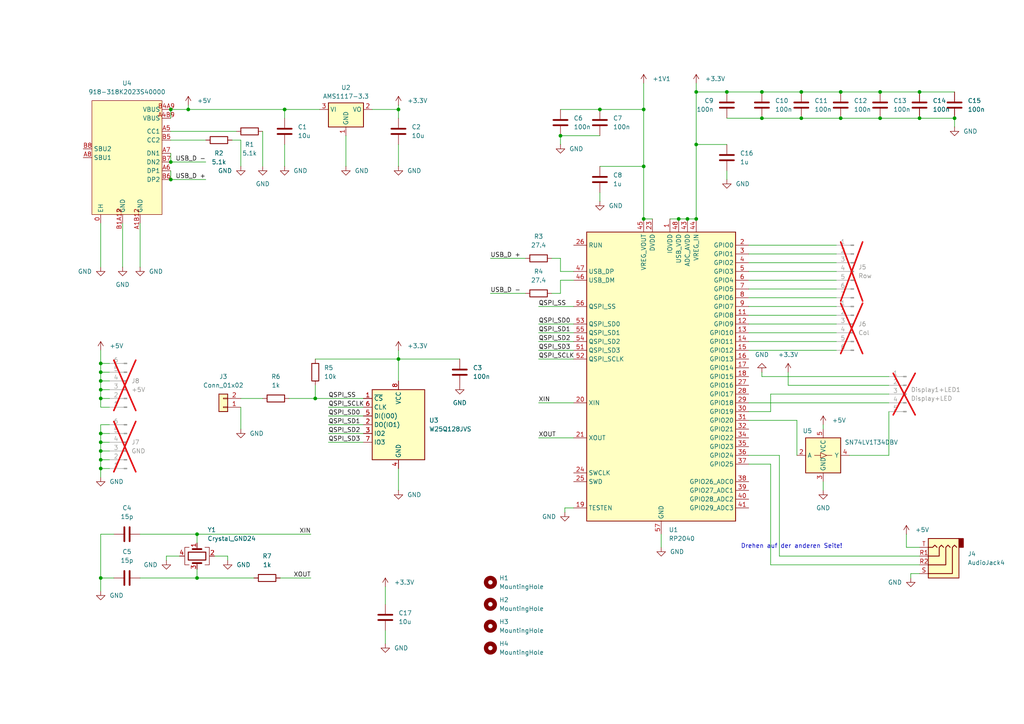
<source format=kicad_sch>
(kicad_sch (version 20250114) (generator "eeschema") (generator_version "9.0")
  (paper "A4")
  (lib_symbols
    (symbol "Connector:Conn_01x05_Pin" (pin_names (offset 1.016) (hide yes))
      (property "Reference" "J" (at 0 7.62 0))
      (property "Value" "Conn_01x05_Pin" (at 0 -7.62 0))
      (symbol "Conn_01x05_Pin_1_1"
        (rectangle (start 0.8636 5.207) (end 0 4.953) (stroke (width 0.1524)) (fill (type outline)))
        (rectangle (start 0.8636 2.667) (end 0 2.413) (stroke (width 0.1524)) (fill (type outline)))
        (rectangle (start 0.8636 0.127) (end 0 -0.127) (stroke (width 0.1524)) (fill (type outline)))
        (rectangle (start 0.8636 -2.413) (end 0 -2.667) (stroke (width 0.1524)) (fill (type outline)))
        (rectangle (start 0.8636 -4.953) (end 0 -5.207) (stroke (width 0.1524)) (fill (type outline)))
        (polyline (pts (xy 1.27 5.08) (xy 0.8636 5.08)) (stroke (width 0.1524)))
        (polyline (pts (xy 1.27 2.54) (xy 0.8636 2.54)) (stroke (width 0.1524)))
        (polyline (pts (xy 1.27 0) (xy 0.8636 0)) (stroke (width 0.1524)))
        (polyline (pts (xy 1.27 -2.54) (xy 0.8636 -2.54)) (stroke (width 0.1524)))
        (polyline (pts (xy 1.27 -5.08) (xy 0.8636 -5.08)) (stroke (width 0.1524)))
        (pin passive line (at 5.08 5.08 180) (length 3.81) (name "Pin_1") (number "1"))
        (pin passive line (at 5.08 2.54 180) (length 3.81) (name "Pin_2") (number "2"))
        (pin passive line (at 5.08 0 180) (length 3.81) (name "Pin_3") (number "3"))
        (pin passive line (at 5.08 -2.54 180) (length 3.81) (name "Pin_4") (number "4"))
        (pin passive line (at 5.08 -5.08 180) (length 3.81) (name "Pin_5") (number "5"))
      )
    )
    (symbol "Connector:Conn_01x06_Pin" (pin_names (offset 1.016) (hide yes))
      (property "Reference" "J" (at 0 7.62 0))
      (property "Value" "Conn_01x06_Pin" (at 0 -10.16 0))
      (symbol "Conn_01x06_Pin_1_1"
        (rectangle (start 0.8636 5.207) (end 0 4.953) (stroke (width 0.1524)) (fill (type outline)))
        (rectangle (start 0.8636 2.667) (end 0 2.413) (stroke (width 0.1524)) (fill (type outline)))
        (rectangle (start 0.8636 0.127) (end 0 -0.127) (stroke (width 0.1524)) (fill (type outline)))
        (rectangle (start 0.8636 -2.413) (end 0 -2.667) (stroke (width 0.1524)) (fill (type outline)))
        (rectangle (start 0.8636 -4.953) (end 0 -5.207) (stroke (width 0.1524)) (fill (type outline)))
        (rectangle (start 0.8636 -7.493) (end 0 -7.747) (stroke (width 0.1524)) (fill (type outline)))
        (polyline (pts (xy 1.27 5.08) (xy 0.8636 5.08)) (stroke (width 0.1524)))
        (polyline (pts (xy 1.27 2.54) (xy 0.8636 2.54)) (stroke (width 0.1524)))
        (polyline (pts (xy 1.27 0) (xy 0.8636 0)) (stroke (width 0.1524)))
        (polyline (pts (xy 1.27 -2.54) (xy 0.8636 -2.54)) (stroke (width 0.1524)))
        (polyline (pts (xy 1.27 -5.08) (xy 0.8636 -5.08)) (stroke (width 0.1524)))
        (polyline (pts (xy 1.27 -7.62) (xy 0.8636 -7.62)) (stroke (width 0.1524)))
        (pin passive line (at 5.08 5.08 180) (length 3.81) (name "Pin_1") (number "1"))
        (pin passive line (at 5.08 2.54 180) (length 3.81) (name "Pin_2") (number "2"))
        (pin passive line (at 5.08 0 180) (length 3.81) (name "Pin_3") (number "3"))
        (pin passive line (at 5.08 -2.54 180) (length 3.81) (name "Pin_4") (number "4"))
        (pin passive line (at 5.08 -5.08 180) (length 3.81) (name "Pin_5") (number "5"))
        (pin passive line (at 5.08 -7.62 180) (length 3.81) (name "Pin_6") (number "6"))
      )
    )
    (symbol "Connector:Conn_01x07_Pin" (pin_names (offset 1.016) (hide yes))
      (property "Reference" "J" (at 0 10.16 0))
      (property "Value" "Conn_01x07_Pin" (at 0 -10.16 0))
      (symbol "Conn_01x07_Pin_1_1"
        (rectangle (start 0.8636 7.747) (end 0 7.493) (stroke (width 0.1524)) (fill (type outline)))
        (rectangle (start 0.8636 5.207) (end 0 4.953) (stroke (width 0.1524)) (fill (type outline)))
        (rectangle (start 0.8636 2.667) (end 0 2.413) (stroke (width 0.1524)) (fill (type outline)))
        (rectangle (start 0.8636 0.127) (end 0 -0.127) (stroke (width 0.1524)) (fill (type outline)))
        (rectangle (start 0.8636 -2.413) (end 0 -2.667) (stroke (width 0.1524)) (fill (type outline)))
        (rectangle (start 0.8636 -4.953) (end 0 -5.207) (stroke (width 0.1524)) (fill (type outline)))
        (rectangle (start 0.8636 -7.493) (end 0 -7.747) (stroke (width 0.1524)) (fill (type outline)))
        (polyline (pts (xy 1.27 7.62) (xy 0.8636 7.62)) (stroke (width 0.1524)))
        (polyline (pts (xy 1.27 5.08) (xy 0.8636 5.08)) (stroke (width 0.1524)))
        (polyline (pts (xy 1.27 2.54) (xy 0.8636 2.54)) (stroke (width 0.1524)))
        (polyline (pts (xy 1.27 0) (xy 0.8636 0)) (stroke (width 0.1524)))
        (polyline (pts (xy 1.27 -2.54) (xy 0.8636 -2.54)) (stroke (width 0.1524)))
        (polyline (pts (xy 1.27 -5.08) (xy 0.8636 -5.08)) (stroke (width 0.1524)))
        (polyline (pts (xy 1.27 -7.62) (xy 0.8636 -7.62)) (stroke (width 0.1524)))
        (pin passive line (at 5.08 7.62 180) (length 3.81) (name "Pin_1") (number "1"))
        (pin passive line (at 5.08 5.08 180) (length 3.81) (name "Pin_2") (number "2"))
        (pin passive line (at 5.08 2.54 180) (length 3.81) (name "Pin_3") (number "3"))
        (pin passive line (at 5.08 0 180) (length 3.81) (name "Pin_4") (number "4"))
        (pin passive line (at 5.08 -2.54 180) (length 3.81) (name "Pin_5") (number "5"))
        (pin passive line (at 5.08 -5.08 180) (length 3.81) (name "Pin_6") (number "6"))
        (pin passive line (at 5.08 -7.62 180) (length 3.81) (name "Pin_7") (number "7"))
      )
    )
    (symbol "Connector_Audio:AudioJack4"
      (property "Reference" "J" (at 0 8.89 0))
      (property "Value" "AudioJack4" (at 0 6.35 0))
      (symbol "AudioJack4_0_1"
        (rectangle (start -6.35 -5.08) (end -7.62 -7.62) (stroke (width 0.254)) (fill (type outline)))
        (polyline (pts (xy -5.715 -5.08) (xy -5.08 -5.715) (xy -4.445 -5.08) (xy -4.445 2.54) (xy 2.54 2.54)) (stroke (width 0.254)))
        (polyline (pts (xy -1.905 -5.08) (xy -1.27 -5.715) (xy -0.635 -5.08) (xy -0.635 -2.54) (xy 2.54 -2.54)) (stroke (width 0.254)))
        (polyline (pts (xy 0 -5.08) (xy 0.635 -5.715) (xy 1.27 -5.08) (xy 2.54 -5.08)) (stroke (width 0.254)))
        (rectangle (start 2.54 3.81) (end -6.35 -7.62) (stroke (width 0.254)) (fill (type background)))
        (polyline (pts (xy 2.54 0) (xy -2.54 0) (xy -2.54 -5.08) (xy -3.175 -5.715) (xy -3.81 -5.08)) (stroke (width 0.254)))
      )
      (symbol "AudioJack4_1_1"
        (pin passive line (at 5.08 2.54 180) (length 2.54) (name "~") (number "S"))
        (pin passive line (at 5.08 0 180) (length 2.54) (name "~") (number "R2"))
        (pin passive line (at 5.08 -2.54 180) (length 2.54) (name "~") (number "R1"))
        (pin passive line (at 5.08 -5.08 180) (length 2.54) (name "~") (number "T"))
      )
    )
    (symbol "Connector_Generic:Conn_01x02" (pin_names (offset 1.016) (hide yes))
      (property "Reference" "J" (at 0 2.54 0))
      (property "Value" "Conn_01x02" (at 0 -5.08 0))
      (symbol "Conn_01x02_1_1"
        (rectangle (start -1.27 1.27) (end 1.27 -3.81) (stroke (width 0.254)) (fill (type background)))
        (rectangle (start -1.27 0.127) (end 0 -0.127) (stroke (width 0.1524)))
        (rectangle (start -1.27 -2.413) (end 0 -2.667) (stroke (width 0.1524)))
        (pin passive line (at -5.08 0 0) (length 3.81) (name "Pin_1") (number "1"))
        (pin passive line (at -5.08 -2.54 0) (length 3.81) (name "Pin_2") (number "2"))
      )
    )
    (symbol "Device:C" (pin_numbers (hide yes)) (pin_names (offset 0.254))
      (property "Reference" "C" (at 0.635 2.54 0))
      (property "Value" "C" (at 0.635 -2.54 0))
      (symbol "C_0_1"
        (polyline (pts (xy -2.032 0.762) (xy 2.032 0.762)) (stroke (width 0.508)))
        (polyline (pts (xy -2.032 -0.762) (xy 2.032 -0.762)) (stroke (width 0.508)))
      )
      (symbol "C_1_1"
        (pin passive line (at 0 3.81 270) (length 2.794) (name "~") (number "1"))
        (pin passive line (at 0 -3.81 90) (length 2.794) (name "~") (number "2"))
      )
    )
    (symbol "Device:Crystal_GND24" (pin_names (offset 1.016) (hide yes))
      (property "Reference" "Y" (at 3.175 5.08 0))
      (property "Value" "Crystal_GND24" (at 3.175 3.175 0))
      (symbol "Crystal_GND24_0_1"
        (polyline (pts (xy -2.54 2.286) (xy -2.54 3.556) (xy 2.54 3.556) (xy 2.54 2.286)))
        (polyline (pts (xy -2.54 0) (xy -2.032 0)))
        (polyline (pts (xy -2.54 -2.286) (xy -2.54 -3.556) (xy 2.54 -3.556) (xy 2.54 -2.286)))
        (polyline (pts (xy -2.032 -1.27) (xy -2.032 1.27)) (stroke (width 0.508)))
        (rectangle (start -1.143 2.54) (end 1.143 -2.54) (stroke (width 0.3048)))
        (polyline (pts (xy 0 3.556) (xy 0 3.81)))
        (polyline (pts (xy 0 -3.81) (xy 0 -3.556)))
        (polyline (pts (xy 2.032 0) (xy 2.54 0)))
        (polyline (pts (xy 2.032 -1.27) (xy 2.032 1.27)) (stroke (width 0.508)))
      )
      (symbol "Crystal_GND24_1_1"
        (pin passive line (at -3.81 0 0) (length 1.27) (name "1") (number "1"))
        (pin passive line (at 0 5.08 270) (length 1.27) (name "2") (number "2"))
        (pin passive line (at 0 -5.08 90) (length 1.27) (name "4") (number "4"))
        (pin passive line (at 3.81 0 180) (length 1.27) (name "3") (number "3"))
      )
    )
    (symbol "Device:R" (pin_numbers (hide yes)) (pin_names (offset 0))
      (property "Reference" "R" (at 2.032 0 90))
      (property "Value" "R" (at 0 0 90))
      (symbol "R_0_1"
        (rectangle (start -1.016 -2.54) (end 1.016 2.54) (stroke (width 0.254)))
      )
      (symbol "R_1_1"
        (pin passive line (at 0 3.81 270) (length 1.27) (name "~") (number "1"))
        (pin passive line (at 0 -3.81 90) (length 1.27) (name "~") (number "2"))
      )
    )
    (symbol "Logic_LevelTranslator:SN74LV1T34DBV"
      (property "Reference" "U" (at 5.08 6.35 0))
      (property "Value" "SN74LV1T34DBV" (at 5.08 3.81 0))
      (symbol "SN74LV1T34DBV_0_1"
        (rectangle (start -5.08 5.08) (end 5.08 -5.08) (stroke (width 0.254)) (fill (type background)))
        (polyline (pts (xy -0.762 0) (xy -2.54 0)))
        (polyline (pts (xy 1.016 0) (xy 2.54 0)))
      )
      (symbol "SN74LV1T34DBV_1_1"
        (polyline (pts (xy -0.762 -0.762) (xy -0.762 0.762) (xy 1.016 0) (xy -0.762 -0.762)))
        (pin input line (at -7.62 0 0) (length 2.54) (name "A") (number "2"))
        (pin no_connect line (at -5.08 2.54 0) (length 2.54) (hide yes) (name "NC") (number "1"))
        (pin power_in line (at 0 7.62 270) (length 2.54) (name "VCC") (number "5"))
        (pin power_in line (at 0 -7.62 90) (length 2.54) (name "GND") (number "3"))
        (pin output line (at 7.62 0 180) (length 2.54) (name "Y") (number "4"))
      )
    )
    (symbol "MCU_RaspberryPi:RP2040"
      (property "Reference" "U" (at 17.78 45.72 0))
      (property "Value" "RP2040" (at 17.78 43.18 0))
      (symbol "RP2040_0_1"
        (rectangle (start -21.59 41.91) (end 21.59 -41.91) (stroke (width 0.254)) (fill (type background)))
      )
      (symbol "RP2040_1_1"
        (pin input line (at -25.4 38.1 0) (length 3.81) (name "RUN") (number "26"))
        (pin bidirectional line (at -25.4 30.48 0) (length 3.81) (name "USB_DP") (number "47"))
        (pin bidirectional line (at -25.4 27.94 0) (length 3.81) (name "USB_DM") (number "46"))
        (pin bidirectional line (at -25.4 20.32 0) (length 3.81) (name "QSPI_SS") (number "56"))
        (pin bidirectional line (at -25.4 15.24 0) (length 3.81) (name "QSPI_SD0") (number "53"))
        (pin bidirectional line (at -25.4 12.7 0) (length 3.81) (name "QSPI_SD1") (number "55"))
        (pin bidirectional line (at -25.4 10.16 0) (length 3.81) (name "QSPI_SD2") (number "54"))
        (pin bidirectional line (at -25.4 7.62 0) (length 3.81) (name "QSPI_SD3") (number "51"))
        (pin output line (at -25.4 5.08 0) (length 3.81) (name "QSPI_SCLK") (number "52"))
        (pin input line (at -25.4 -7.62 0) (length 3.81) (name "XIN") (number "20"))
        (pin passive line (at -25.4 -17.78 0) (length 3.81) (name "XOUT") (number "21"))
        (pin input line (at -25.4 -27.94 0) (length 3.81) (name "SWCLK") (number "24"))
        (pin bidirectional line (at -25.4 -30.48 0) (length 3.81) (name "SWD") (number "25"))
        (pin input line (at -25.4 -38.1 0) (length 3.81) (name "TESTEN") (number "19"))
        (pin power_out line (at -5.08 45.72 270) (length 3.81) (name "VREG_VOUT") (number "45"))
        (pin power_in line (at -2.54 45.72 270) (length 3.81) (name "DVDD") (number "23"))
        (pin passive line (at -2.54 45.72 270) (length 3.81) (hide yes) (name "DVDD") (number "50"))
        (pin power_in line (at 0 -45.72 90) (length 3.81) (name "GND") (number "57"))
        (pin power_in line (at 2.54 45.72 270) (length 3.81) (name "IOVDD") (number "1"))
        (pin passive line (at 2.54 45.72 270) (length 3.81) (hide yes) (name "IOVDD") (number "10"))
        (pin passive line (at 2.54 45.72 270) (length 3.81) (hide yes) (name "IOVDD") (number "22"))
        (pin passive line (at 2.54 45.72 270) (length 3.81) (hide yes) (name "IOVDD") (number "33"))
        (pin passive line (at 2.54 45.72 270) (length 3.81) (hide yes) (name "IOVDD") (number "42"))
        (pin passive line (at 2.54 45.72 270) (length 3.81) (hide yes) (name "IOVDD") (number "49"))
        (pin power_in line (at 5.08 45.72 270) (length 3.81) (name "USB_VDD") (number "48"))
        (pin power_in line (at 7.62 45.72 270) (length 3.81) (name "ADC_AVDD") (number "43"))
        (pin power_in line (at 10.16 45.72 270) (length 3.81) (name "VREG_IN") (number "44"))
        (pin bidirectional line (at 25.4 38.1 180) (length 3.81) (name "GPIO0") (number "2"))
        (pin bidirectional line (at 25.4 35.56 180) (length 3.81) (name "GPIO1") (number "3"))
        (pin bidirectional line (at 25.4 33.02 180) (length 3.81) (name "GPIO2") (number "4"))
        (pin bidirectional line (at 25.4 30.48 180) (length 3.81) (name "GPIO3") (number "5"))
        (pin bidirectional line (at 25.4 27.94 180) (length 3.81) (name "GPIO4") (number "6"))
        (pin bidirectional line (at 25.4 25.4 180) (length 3.81) (name "GPIO5") (number "7"))
        (pin bidirectional line (at 25.4 22.86 180) (length 3.81) (name "GPIO6") (number "8"))
        (pin bidirectional line (at 25.4 20.32 180) (length 3.81) (name "GPIO7") (number "9"))
        (pin bidirectional line (at 25.4 17.78 180) (length 3.81) (name "GPIO8") (number "11"))
        (pin bidirectional line (at 25.4 15.24 180) (length 3.81) (name "GPIO9") (number "12"))
        (pin bidirectional line (at 25.4 12.7 180) (length 3.81) (name "GPIO10") (number "13"))
        (pin bidirectional line (at 25.4 10.16 180) (length 3.81) (name "GPIO11") (number "14"))
        (pin bidirectional line (at 25.4 7.62 180) (length 3.81) (name "GPIO12") (number "15"))
        (pin bidirectional line (at 25.4 5.08 180) (length 3.81) (name "GPIO13") (number "16"))
        (pin bidirectional line (at 25.4 2.54 180) (length 3.81) (name "GPIO14") (number "17"))
        (pin bidirectional line (at 25.4 0 180) (length 3.81) (name "GPIO15") (number "18"))
        (pin bidirectional line (at 25.4 -2.54 180) (length 3.81) (name "GPIO16") (number "27"))
        (pin bidirectional line (at 25.4 -5.08 180) (length 3.81) (name "GPIO17") (number "28"))
        (pin bidirectional line (at 25.4 -7.62 180) (length 3.81) (name "GPIO18") (number "29"))
        (pin bidirectional line (at 25.4 -10.16 180) (length 3.81) (name "GPIO19") (number "30"))
        (pin bidirectional line (at 25.4 -12.7 180) (length 3.81) (name "GPIO20") (number "31"))
        (pin bidirectional line (at 25.4 -15.24 180) (length 3.81) (name "GPIO21") (number "32"))
        (pin bidirectional line (at 25.4 -17.78 180) (length 3.81) (name "GPIO22") (number "34"))
        (pin bidirectional line (at 25.4 -20.32 180) (length 3.81) (name "GPIO23") (number "35"))
        (pin bidirectional line (at 25.4 -22.86 180) (length 3.81) (name "GPIO24") (number "36"))
        (pin bidirectional line (at 25.4 -25.4 180) (length 3.81) (name "GPIO25") (number "37"))
        (pin bidirectional line (at 25.4 -30.48 180) (length 3.81) (name "GPIO26_ADC0") (number "38"))
        (pin bidirectional line (at 25.4 -33.02 180) (length 3.81) (name "GPIO27_ADC1") (number "39"))
        (pin bidirectional line (at 25.4 -35.56 180) (length 3.81) (name "GPIO28_ADC2") (number "40"))
        (pin bidirectional line (at 25.4 -38.1 180) (length 3.81) (name "GPIO29_ADC3") (number "41"))
      )
    )
    (symbol "Mechanical:MountingHole" (pin_names (offset 1.016)) (exclude_from_sim yes) (in_bom no)
      (property "Reference" "H" (at 0 5.08 0))
      (property "Value" "MountingHole" (at 0 3.175 0))
      (symbol "MountingHole_0_1"
        (circle (center 0 0) (radius 1.27) (stroke (width 1.27)))
      )
    )
    (symbol "Memory_Flash:W25Q128JVS"
      (property "Reference" "U" (at -8.89 8.89 0))
      (property "Value" "W25Q128JVS" (at 7.62 8.89 0))
      (symbol "W25Q128JVS_0_1"
        (rectangle (start -7.62 10.16) (end 7.62 -10.16) (stroke (width 0.254)) (fill (type background)))
      )
      (symbol "W25Q128JVS_1_1"
        (pin input line (at -10.16 7.62 0) (length 2.54) (name "~{CS}") (number "1"))
        (pin input line (at -10.16 5.08 0) (length 2.54) (name "CLK") (number "6"))
        (pin bidirectional line (at -10.16 2.54 0) (length 2.54) (name "DI(IO0)") (number "5"))
        (pin bidirectional line (at -10.16 0 0) (length 2.54) (name "DO(IO1)") (number "2"))
        (pin bidirectional line (at -10.16 -2.54 0) (length 2.54) (name "IO2") (number "3"))
        (pin bidirectional line (at -10.16 -5.08 0) (length 2.54) (name "IO3") (number "7"))
        (pin power_in line (at 0 12.7 270) (length 2.54) (name "VCC") (number "8"))
        (pin power_in line (at 0 -12.7 90) (length 2.54) (name "GND") (number "4"))
      )
    )
    (symbol "Regulator_Linear:AMS1117-3.3"
      (property "Reference" "U" (at -3.81 3.175 0))
      (property "Value" "AMS1117-3.3" (at 0 3.175 0))
      (symbol "AMS1117-3.3_0_1"
        (rectangle (start -5.08 -5.08) (end 5.08 1.905) (stroke (width 0.254)) (fill (type background)))
      )
      (symbol "AMS1117-3.3_1_1"
        (pin power_in line (at -7.62 0 0) (length 2.54) (name "VI") (number "3"))
        (pin power_in line (at 0 -7.62 90) (length 2.54) (name "GND") (number "1"))
        (pin power_out line (at 7.62 0 180) (length 2.54) (name "VO") (number "2"))
      )
    )
    (symbol "global-test:918-318K2023S40000"
      (property "Reference" "U4" (at 0 22.86 0))
      (property "Value" "918-318K2023S40000" (at 0 20.32 0))
      (symbol "918-318K2023S40000_0_1"
        (rectangle (start -10.16 17.78) (end 10.16 -15.24) (fill (type background)))
        (circle (center -2.54 -13.97) (radius 0.38))
        (pin unspecified line (at -12.7 3.81 0) (length 2.54) (name "SBU2") (number "B8"))
        (pin unspecified line (at -12.7 1.27 0) (length 2.54) (name "SBU1") (number "A8"))
        (pin unspecified line (at -7.62 -17.78 90) (length 2.54) (name "EH") (number "0"))
        (pin unspecified line (at -1.27 -17.78 90) (length 2.54) (name "GND") (number "B1A12"))
        (pin unspecified line (at 3.81 -17.78 90) (length 2.54) (name "GND") (number "A1B12"))
        (pin unspecified line (at 12.7 15.24 180) (length 2.54) (name "VBUS") (number "B4A9"))
        (pin unspecified line (at 12.7 12.7 180) (length 2.54) (name "VBUS") (number "A4B9"))
        (pin unspecified line (at 12.7 8.89 180) (length 2.54) (name "CC1") (number "A5"))
        (pin unspecified line (at 12.7 6.35 180) (length 2.54) (name "CC2") (number "B5"))
        (pin unspecified line (at 12.7 2.54 180) (length 2.54) (name "DN1") (number "A7"))
        (pin unspecified line (at 12.7 0 180) (length 2.54) (name "DN2") (number "B7"))
        (pin unspecified line (at 12.7 -2.54 180) (length 2.54) (name "DP1") (number "A6"))
        (pin unspecified line (at 12.7 -5.08 180) (length 2.54) (name "DP2") (number "B6"))
      )
    )
    (symbol "power:+1V1" (power) (pin_numbers (hide yes)) (pin_names (offset 0) (hide yes))
      (property "Value" "+1V1" (at 0 3.556 0))
      (symbol "+1V1_0_1"
        (polyline (pts (xy -0.762 1.27) (xy 0 2.54)))
        (polyline (pts (xy 0 2.54) (xy 0.762 1.27)))
        (polyline (pts (xy 0 0) (xy 0 2.54)))
      )
      (symbol "+1V1_1_1"
        (pin power_in line (at 0 0 90) (length 0) (name "~") (number "1"))
      )
    )
    (symbol "power:+3.3V" (power) (pin_numbers (hide yes)) (pin_names (offset 0) (hide yes))
      (property "Value" "+3.3V" (at 0 3.556 0))
      (symbol "+3.3V_0_1"
        (polyline (pts (xy -0.762 1.27) (xy 0 2.54)))
        (polyline (pts (xy 0 2.54) (xy 0.762 1.27)))
        (polyline (pts (xy 0 0) (xy 0 2.54)))
      )
      (symbol "+3.3V_1_1"
        (pin power_in line (at 0 0 90) (length 0) (name "~") (number "1"))
      )
    )
    (symbol "power:+5V" (power) (pin_numbers (hide yes)) (pin_names (offset 0) (hide yes))
      (property "Value" "+5V" (at 0 3.556 0))
      (symbol "+5V_0_1"
        (polyline (pts (xy -0.762 1.27) (xy 0 2.54)))
        (polyline (pts (xy 0 2.54) (xy 0.762 1.27)))
        (polyline (pts (xy 0 0) (xy 0 2.54)))
      )
      (symbol "+5V_1_1"
        (pin power_in line (at 0 0 90) (length 0) (name "~") (number "1"))
      )
    )
    (symbol "power:GND" (power) (pin_numbers (hide yes)) (pin_names (offset 0) (hide yes))
      (property "Value" "GND" (at 0 -3.81 0))
      (symbol "GND_0_1"
        (polyline (pts (xy 0 0) (xy 0 -1.27) (xy 1.27 -1.27) (xy 0 -2.54) (xy -1.27 -1.27) (xy 0 -1.27)))
      )
      (symbol "GND_1_1"
        (pin power_in line (at 0 0 270) (length 0) (name "~") (number "1"))
      )
    )
  )
  (text "Drehen auf der anderen Seite!" (at 229.616 158.496 0) (effects (font (size 1.27 1.27))))
  (junction (at 186.69 63.5))
  (junction (at 29.21 167.64))
  (junction (at 29.21 110.49))
  (junction (at 276.86 34.29))
  (junction (at 255.27 26.67))
  (junction (at 220.98 26.67))
  (junction (at 91.44 115.57))
  (junction (at 173.99 31.75))
  (junction (at 49.53 31.75))
  (junction (at 255.27 34.29))
  (junction (at 201.93 26.67))
  (junction (at 57.15 154.94))
  (junction (at 57.15 167.64))
  (junction (at 186.69 31.75))
  (junction (at 210.82 26.67))
  (junction (at 186.69 48.26))
  (junction (at 49.53 52.07))
  (junction (at 82.55 31.75))
  (junction (at 201.93 41.91))
  (junction (at 243.84 34.29))
  (junction (at 199.39 63.5))
  (junction (at 232.41 34.29))
  (junction (at 29.21 125.73))
  (junction (at 29.21 113.03))
  (junction (at 232.41 26.67))
  (junction (at 196.85 63.5))
  (junction (at 29.21 105.41))
  (junction (at 54.61 31.75))
  (junction (at 243.84 26.67))
  (junction (at 201.93 63.5))
  (junction (at 266.7 26.67))
  (junction (at 162.56 39.37))
  (junction (at 115.57 31.75))
  (junction (at 115.57 104.14))
  (junction (at 29.21 130.81))
  (junction (at 49.53 46.99))
  (junction (at 29.21 128.27))
  (junction (at 29.21 135.89))
  (junction (at 29.21 115.57))
  (junction (at 29.21 133.35))
  (junction (at 220.98 34.29))
  (junction (at 266.7 34.29))
  (junction (at 29.21 107.95))
  (wire (pts (xy 220.98 34.29) (xy 232.41 34.29)))
  (wire (pts (xy 186.69 63.5) (xy 189.23 63.5)))
  (wire (pts (xy 49.53 31.75) (xy 54.61 31.75)))
  (wire (pts (xy 255.27 26.67) (xy 266.7 26.67)))
  (wire (pts (xy 228.6 111.76) (xy 257.81 111.76)))
  (wire (pts (xy 111.76 182.88) (xy 111.76 186.69)))
  (wire (pts (xy 54.61 31.75) (xy 82.55 31.75)))
  (wire (pts (xy 100.33 39.37) (xy 100.33 48.26)))
  (wire (pts (xy 91.44 104.14) (xy 115.57 104.14)))
  (wire (pts (xy 29.21 118.11) (xy 31.75 118.11)))
  (wire (pts (xy 276.86 34.29) (xy 276.86 36.83)))
  (wire (pts (xy 210.82 49.53) (xy 210.82 52.07)))
  (wire (pts (xy 162.56 39.37) (xy 173.99 39.37)))
  (wire (pts (xy 67.31 40.64) (xy 69.85 40.64)))
  (wire (pts (xy 29.21 123.19) (xy 31.75 123.19)))
  (wire (pts (xy 217.17 134.62) (xy 223.52 134.62)))
  (wire (pts (xy 160.02 74.93) (xy 162.56 74.93)))
  (wire (pts (xy 217.17 96.52) (xy 242.57 96.52)))
  (wire (pts (xy 266.7 26.67) (xy 276.86 26.67)))
  (wire (pts (xy 49.53 38.1) (xy 68.58 38.1)))
  (wire (pts (xy 95.25 128.27) (xy 105.41 128.27)))
  (wire (pts (xy 223.52 163.83) (xy 223.52 134.62)))
  (wire (pts (xy 35.56 64.77) (xy 35.56 77.47)))
  (wire (pts (xy 238.76 123.19) (xy 238.76 124.46)))
  (wire (pts (xy 82.55 41.91) (xy 82.55 48.26)))
  (wire (pts (xy 217.17 88.9) (xy 242.57 88.9)))
  (wire (pts (xy 29.21 135.89) (xy 31.75 135.89)))
  (wire (pts (xy 246.38 132.08) (xy 257.81 132.08)))
  (wire (pts (xy 57.15 167.64) (xy 73.66 167.64)))
  (wire (pts (xy 29.21 113.03) (xy 29.21 115.57)))
  (wire (pts (xy 232.41 26.67) (xy 243.84 26.67)))
  (wire (pts (xy 266.7 34.29) (xy 276.86 34.29)))
  (wire (pts (xy 29.21 107.95) (xy 29.21 110.49)))
  (wire (pts (xy 33.02 154.94) (xy 29.21 154.94)))
  (wire (pts (xy 217.17 78.74) (xy 242.57 78.74)))
  (wire (pts (xy 29.21 64.77) (xy 29.21 77.47)))
  (wire (pts (xy 220.98 26.67) (xy 232.41 26.67)))
  (wire (pts (xy 115.57 31.75) (xy 115.57 34.29)))
  (wire (pts (xy 201.93 41.91) (xy 201.93 63.5)))
  (wire (pts (xy 223.52 119.38) (xy 217.17 119.38)))
  (wire (pts (xy 76.2 38.1) (xy 76.2 48.26)))
  (wire (pts (xy 49.53 52.07) (xy 59.69 52.07)))
  (wire (pts (xy 49.53 49.53) (xy 49.53 52.07)))
  (wire (pts (xy 29.21 110.49) (xy 31.75 110.49)))
  (wire (pts (xy 162.56 39.37) (xy 162.56 41.91)))
  (wire (pts (xy 40.64 64.77) (xy 40.64 77.47)))
  (wire (pts (xy 223.52 114.3) (xy 223.52 119.38)))
  (wire (pts (xy 257.81 114.3) (xy 223.52 114.3)))
  (wire (pts (xy 91.44 115.57) (xy 105.41 115.57)))
  (wire (pts (xy 226.06 161.29) (xy 266.7 161.29)))
  (wire (pts (xy 264.16 166.37) (xy 264.16 167.64)))
  (wire (pts (xy 115.57 135.89) (xy 115.57 142.24)))
  (wire (pts (xy 29.21 105.41) (xy 29.21 107.95)))
  (wire (pts (xy 242.57 71.12) (xy 217.17 71.12)))
  (wire (pts (xy 243.84 34.29) (xy 255.27 34.29)))
  (wire (pts (xy 115.57 30.48) (xy 115.57 31.75)))
  (wire (pts (xy 217.17 73.66) (xy 242.57 73.66)))
  (wire (pts (xy 210.82 26.67) (xy 220.98 26.67)))
  (wire (pts (xy 186.69 48.26) (xy 186.69 63.5)))
  (wire (pts (xy 29.21 105.41) (xy 31.75 105.41)))
  (wire (pts (xy 29.21 135.89) (xy 29.21 133.35)))
  (wire (pts (xy 83.82 115.57) (xy 91.44 115.57)))
  (wire (pts (xy 238.76 139.7) (xy 238.76 142.24)))
  (wire (pts (xy 257.81 132.08) (xy 257.81 119.38)))
  (wire (pts (xy 115.57 101.6) (xy 115.57 104.14)))
  (wire (pts (xy 217.17 81.28) (xy 242.57 81.28)))
  (wire (pts (xy 69.85 40.64) (xy 69.85 48.26)))
  (wire (pts (xy 232.41 34.29) (xy 243.84 34.29)))
  (wire (pts (xy 40.64 167.64) (xy 57.15 167.64)))
  (wire (pts (xy 156.21 96.52) (xy 166.37 96.52)))
  (wire (pts (xy 186.69 31.75) (xy 186.69 48.26)))
  (wire (pts (xy 217.17 76.2) (xy 242.57 76.2)))
  (wire (pts (xy 29.21 167.64) (xy 33.02 167.64)))
  (wire (pts (xy 29.21 110.49) (xy 29.21 113.03)))
  (wire (pts (xy 29.21 130.81) (xy 29.21 128.27)))
  (wire (pts (xy 217.17 101.6) (xy 242.57 101.6)))
  (wire (pts (xy 173.99 48.26) (xy 186.69 48.26)))
  (wire (pts (xy 54.61 30.48) (xy 54.61 31.75)))
  (wire (pts (xy 217.17 83.82) (xy 242.57 83.82)))
  (wire (pts (xy 156.21 99.06) (xy 166.37 99.06)))
  (wire (pts (xy 49.53 40.64) (xy 59.69 40.64)))
  (wire (pts (xy 95.25 123.19) (xy 105.41 123.19)))
  (wire (pts (xy 162.56 74.93) (xy 162.56 78.74)))
  (wire (pts (xy 264.16 166.37) (xy 266.7 166.37)))
  (wire (pts (xy 217.17 86.36) (xy 242.57 86.36)))
  (wire (pts (xy 217.17 132.08) (xy 226.06 132.08)))
  (wire (pts (xy 142.24 74.93) (xy 152.4 74.93)))
  (wire (pts (xy 223.52 163.83) (xy 266.7 163.83)))
  (wire (pts (xy 29.21 101.6) (xy 29.21 105.41)))
  (wire (pts (xy 48.26 161.29) (xy 52.07 161.29)))
  (wire (pts (xy 111.76 170.18) (xy 111.76 175.26)))
  (wire (pts (xy 162.56 85.09) (xy 162.56 81.28)))
  (wire (pts (xy 166.37 147.32) (xy 163.83 147.32)))
  (wire (pts (xy 82.55 31.75) (xy 92.71 31.75)))
  (wire (pts (xy 162.56 78.74) (xy 166.37 78.74)))
  (wire (pts (xy 29.21 128.27) (xy 29.21 125.73)))
  (wire (pts (xy 81.28 167.64) (xy 90.17 167.64)))
  (wire (pts (xy 57.15 165.1) (xy 57.15 167.64)))
  (wire (pts (xy 49.53 31.75) (xy 49.53 34.29)))
  (wire (pts (xy 29.21 125.73) (xy 29.21 123.19)))
  (wire (pts (xy 29.21 133.35) (xy 29.21 130.81)))
  (wire (pts (xy 217.17 93.98) (xy 242.57 93.98)))
  (wire (pts (xy 66.04 161.29) (xy 62.23 161.29)))
  (wire (pts (xy 262.89 154.94) (xy 262.89 158.75)))
  (wire (pts (xy 156.21 116.84) (xy 166.37 116.84)))
  (wire (pts (xy 231.14 121.92) (xy 231.14 132.08)))
  (wire (pts (xy 29.21 138.43) (xy 29.21 135.89)))
  (wire (pts (xy 243.84 26.67) (xy 255.27 26.67)))
  (wire (pts (xy 217.17 99.06) (xy 242.57 99.06)))
  (wire (pts (xy 217.17 91.44) (xy 242.57 91.44)))
  (wire (pts (xy 95.25 125.73) (xy 105.41 125.73)))
  (wire (pts (xy 95.25 120.65) (xy 105.41 120.65)))
  (wire (pts (xy 69.85 118.11) (xy 69.85 124.46)))
  (wire (pts (xy 226.06 161.29) (xy 226.06 132.08)))
  (wire (pts (xy 160.02 85.09) (xy 162.56 85.09)))
  (wire (pts (xy 210.82 34.29) (xy 220.98 34.29)))
  (wire (pts (xy 266.7 158.75) (xy 262.89 158.75)))
  (wire (pts (xy 255.27 34.29) (xy 266.7 34.29)))
  (wire (pts (xy 217.17 116.84) (xy 257.81 116.84)))
  (wire (pts (xy 82.55 31.75) (xy 82.55 34.29)))
  (wire (pts (xy 29.21 115.57) (xy 29.21 118.11)))
  (wire (pts (xy 199.39 63.5) (xy 201.93 63.5)))
  (wire (pts (xy 228.6 107.95) (xy 228.6 111.76)))
  (wire (pts (xy 29.21 125.73) (xy 31.75 125.73)))
  (wire (pts (xy 201.93 26.67) (xy 210.82 26.67)))
  (wire (pts (xy 48.26 162.56) (xy 48.26 161.29)))
  (wire (pts (xy 29.21 107.95) (xy 31.75 107.95)))
  (wire (pts (xy 40.64 154.94) (xy 57.15 154.94)))
  (wire (pts (xy 191.77 154.94) (xy 191.77 158.75)))
  (wire (pts (xy 173.99 31.75) (xy 186.69 31.75)))
  (wire (pts (xy 156.21 88.9) (xy 166.37 88.9)))
  (wire (pts (xy 57.15 154.94) (xy 57.15 157.48)))
  (wire (pts (xy 57.15 154.94) (xy 90.17 154.94)))
  (wire (pts (xy 156.21 104.14) (xy 166.37 104.14)))
  (wire (pts (xy 156.21 93.98) (xy 166.37 93.98)))
  (wire (pts (xy 142.24 85.09) (xy 152.4 85.09)))
  (wire (pts (xy 29.21 133.35) (xy 31.75 133.35)))
  (wire (pts (xy 115.57 104.14) (xy 133.35 104.14)))
  (wire (pts (xy 29.21 154.94) (xy 29.21 167.64)))
  (wire (pts (xy 156.21 127) (xy 166.37 127)))
  (wire (pts (xy 186.69 24.13) (xy 186.69 31.75)))
  (wire (pts (xy 173.99 55.88) (xy 173.99 58.42)))
  (wire (pts (xy 163.83 147.32) (xy 163.83 148.59)))
  (wire (pts (xy 162.56 81.28) (xy 166.37 81.28)))
  (wire (pts (xy 69.85 115.57) (xy 76.2 115.57)))
  (wire (pts (xy 29.21 167.64) (xy 29.21 171.45)))
  (wire (pts (xy 217.17 121.92) (xy 231.14 121.92)))
  (wire (pts (xy 29.21 115.57) (xy 31.75 115.57)))
  (wire (pts (xy 162.56 31.75) (xy 173.99 31.75)))
  (wire (pts (xy 29.21 113.03) (xy 31.75 113.03)))
  (wire (pts (xy 220.98 109.22) (xy 220.98 107.95)))
  (wire (pts (xy 49.53 44.45) (xy 49.53 46.99)))
  (wire (pts (xy 95.25 118.11) (xy 105.41 118.11)))
  (wire (pts (xy 66.04 162.56) (xy 66.04 161.29)))
  (wire (pts (xy 156.21 101.6) (xy 166.37 101.6)))
  (wire (pts (xy 91.44 111.76) (xy 91.44 115.57)))
  (wire (pts (xy 194.31 63.5) (xy 196.85 63.5)))
  (wire (pts (xy 220.98 109.22) (xy 257.81 109.22)))
  (wire (pts (xy 196.85 63.5) (xy 199.39 63.5)))
  (wire (pts (xy 29.21 130.81) (xy 31.75 130.81)))
  (wire (pts (xy 49.53 46.99) (xy 59.69 46.99)))
  (wire (pts (xy 201.93 41.91) (xy 210.82 41.91)))
  (wire (pts (xy 115.57 41.91) (xy 115.57 48.26)))
  (wire (pts (xy 107.95 31.75) (xy 115.57 31.75)))
  (wire (pts (xy 201.93 24.13) (xy 201.93 26.67)))
  (wire (pts (xy 115.57 104.14) (xy 115.57 110.49)))
  (wire (pts (xy 29.21 128.27) (xy 31.75 128.27)))
  (wire (pts (xy 201.93 26.67) (xy 201.93 41.91)))
  (label "XOUT" (at 156.21 127 0))
  (label "QSPI_SD2" (at 156.21 99.06 0))
  (label "QSPI_SCLK" (at 156.21 104.14 0))
  (label "XIN" (at 90.17 154.94 180))
  (label "QSPI_SS" (at 95.25 115.57 0))
  (label "QSPI_SD1" (at 156.21 96.52 0))
  (label "QSPI_SD2" (at 95.25 125.73 0))
  (label "QSPI_SD3" (at 156.21 101.6 0))
  (label "USB_D +" (at 59.69 52.07 180))
  (label "QSPI_SD3" (at 95.25 128.27 0))
  (label "QSPI_SCLK" (at 95.25 118.11 0))
  (label "USB_D -" (at 59.69 46.99 180))
  (label "USB_D +" (at 142.24 74.93 0))
  (label "QSPI_SD0" (at 156.21 93.98 0))
  (label "QSPI_SS" (at 156.21 88.9 0))
  (label "QSPI_SD0" (at 95.25 120.65 0))
  (label "XIN" (at 156.21 116.84 0))
  (label "XOUT" (at 90.17 167.64 180))
  (label "USB_D -" (at 142.24 85.09 0))
  (label "QSPI_SD1" (at 95.25 123.19 0))
  (symbol (lib_id "power:+3.3V") (at 201.93 24.13 0) (unit 1)
    (property "Reference" "#PWR021" (effects (hide yes)))
    (property "Value" "+3.3V" (at 204.47 22.8599 0) (effects (justify left)))
    (property "Description" "Power symbol creates a global label with name \"+3.3V\"" (effects (hide yes)))
  )
  (symbol (lib_id "power:GND") (at 29.21 77.47 0) (unit 1)
    (property "Reference" "#PWR01" (effects (hide yes)))
    (property "Value" "GND" (at 26.67 78.7399 0) (effects (justify right)))
    (property "Description" "Power symbol creates a global label with name \"GND\" , ground" (effects (hide yes)))
  )
  (symbol (lib_id "power:GND") (at 210.82 52.07 0) (unit 1)
    (property "Reference" "#PWR023" (effects (hide yes)))
    (property "Value" "GND" (at 213.36 53.3399 0) (effects (justify left)))
    (property "Description" "Power symbol creates a global label with name \"GND\" , ground" (effects (hide yes)))
  )
  (symbol (lib_id "power:GND") (at 100.33 48.26 0) (unit 1)
    (property "Reference" "#PWR03" (effects (hide yes)))
    (property "Value" "GND" (at 102.87 49.5299 0) (effects (justify left)))
    (property "Description" "Power symbol creates a global label with name \"GND\" , ground" (effects (hide yes)))
  )
  (symbol (lib_id "power:GND") (at 40.64 77.47 0) (unit 1)
    (property "Reference" "#PWR032" (effects (hide yes)))
    (property "Value" "GND" (at 43.18 78.7399 0) (effects (justify left)))
    (property "Description" "Power symbol creates a global label with name \"GND\" , ground" (effects (hide yes)))
  )
  (symbol (lib_id "Connector:Conn_01x06_Pin") (at 247.65 93.98 0) (mirror y) (unit 1) (dnp yes)
    (property "Reference" "J6" (at 248.92 93.9799 0) (effects (justify right)))
    (property "Value" "Col" (at 248.92 96.5199 0) (effects (justify right)))
    (property "Footprint" "Connector_JST:JST_ZH_B6B-ZR_1x06_P1.50mm_Vertical" (effects (hide yes)))
    (property "Description" "Generic connector, single row, 01x06, script generated" (effects (hide yes)))
  )
  (symbol (lib_id "Device:C") (at 133.35 107.95 0) (unit 1)
    (property "Reference" "C3" (at 137.16 106.6799 0) (effects (justify left)))
    (property "Value" "100n" (at 137.16 109.2199 0) (effects (justify left)))
    (property "Footprint" "Capacitor_SMD:C_0603_1608Metric_Pad1.08x0.95mm_HandSolder" (effects (hide yes)))
    (property "Description" "Unpolarized capacitor" (effects (hide yes)))
  )
  (symbol (lib_id "power:GND") (at 69.85 124.46 0) (unit 1)
    (property "Reference" "#PWR014" (effects (hide yes)))
    (property "Value" "GND" (at 72.39 125.7299 0) (effects (justify left)))
    (property "Description" "Power symbol creates a global label with name \"GND\" , ground" (effects (hide yes)))
  )
  (symbol (lib_id "power:GND") (at 220.98 107.95 180) (unit 1)
    (property "Reference" "#PWR033" (effects (hide yes)))
    (property "Value" "GND" (at 220.98 102.87 0))
    (property "Description" "Power symbol creates a global label with name \"GND\" , ground" (effects (hide yes)))
  )
  (symbol (lib_id "Mechanical:MountingHole") (at 142.24 187.96 0) (unit 1) (exclude_from_sim yes) (in_bom no)
    (property "Reference" "H4" (at 144.78 186.6899 0) (effects (justify left)))
    (property "Value" "MountingHole" (at 144.78 189.2299 0) (effects (justify left)))
    (property "Footprint" "MountingHole:MountingHole_2.7mm_M2.5" (effects (hide yes)))
    (property "Description" "Mounting Hole without connection" (effects (hide yes)))
  )
  (symbol (lib_id "power:GND") (at 163.83 148.59 0) (unit 1)
    (property "Reference" "#PWR027" (effects (hide yes)))
    (property "Value" "GND" (at 161.29 149.8599 0) (effects (justify right)))
    (property "Description" "Power symbol creates a global label with name \"GND\" , ground" (effects (hide yes)))
  )
  (symbol (lib_id "Device:C") (at 115.57 38.1 0) (unit 1)
    (property "Reference" "C2" (at 119.38 36.8299 0) (effects (justify left)))
    (property "Value" "10u" (at 119.38 39.3699 0) (effects (justify left)))
    (property "Footprint" "Capacitor_SMD:C_0805_2012Metric_Pad1.18x1.45mm_HandSolder" (effects (hide yes)))
    (property "Description" "Unpolarized capacitor" (effects (hide yes)))
  )
  (symbol (lib_id "power:+3.3V") (at 115.57 101.6 0) (unit 1)
    (property "Reference" "#PWR011" (effects (hide yes)))
    (property "Value" "+3.3V" (at 118.11 100.3299 0) (effects (justify left)))
    (property "Description" "Power symbol creates a global label with name \"+3.3V\"" (effects (hide yes)))
  )
  (symbol (lib_id "Device:C") (at 36.83 154.94 270) (unit 1)
    (property "Reference" "C4" (at 36.83 147.32 90))
    (property "Value" "15p" (at 36.83 149.86 90))
    (property "Footprint" "Capacitor_SMD:C_0603_1608Metric_Pad1.08x0.95mm_HandSolder" (effects (hide yes)))
    (property "Description" "Unpolarized capacitor" (effects (hide yes)))
  )
  (symbol (lib_id "Connector:Conn_01x07_Pin") (at 247.65 78.74 0) (mirror y) (unit 1) (dnp yes)
    (property "Reference" "J5" (at 248.92 77.4699 0) (effects (justify right)))
    (property "Value" "Row" (at 248.92 80.0099 0) (effects (justify right)))
    (property "Footprint" "Connector_JST:JST_ZH_B7B-ZR_1x07_P1.50mm_Vertical" (effects (hide yes)))
    (property "Description" "Generic connector, single row, 01x07, script generated" (effects (hide yes)))
  )
  (symbol (lib_id "power:GND") (at 276.86 36.83 0) (unit 1)
    (property "Reference" "#PWR022" (effects (hide yes)))
    (property "Value" "GND" (at 279.4 38.0999 0) (effects (justify left)))
    (property "Description" "Power symbol creates a global label with name \"GND\" , ground" (effects (hide yes)))
  )
  (symbol (lib_id "power:GND") (at 173.99 58.42 0) (unit 1)
    (property "Reference" "#PWR018" (effects (hide yes)))
    (property "Value" "GND" (at 176.53 59.6899 0) (effects (justify left)))
    (property "Description" "Power symbol creates a global label with name \"GND\" , ground" (effects (hide yes)))
  )
  (symbol (lib_id "Connector_Audio:AudioJack4") (at 271.78 163.83 180) (unit 1)
    (property "Reference" "J4" (at 280.67 160.6549 0) (effects (justify right)))
    (property "Value" "AudioJack4" (at 280.67 163.1949 0) (effects (justify right)))
    (property "Footprint" "Connector_Audio:Jack_3.5mm_PJ320E_Horizontal" (effects (hide yes)))
    (property "Description" "Audio Jack, 4 Poles (TRRS)" (effects (hide yes)))
  )
  (symbol (lib_id "power:+5V") (at 54.61 30.48 0) (unit 1)
    (property "Reference" "#PWR09" (effects (hide yes)))
    (property "Value" "+5V" (at 57.15 29.2099 0) (effects (justify left)))
    (property "Description" "Power symbol creates a global label with name \"+5V\"" (effects (hide yes)))
  )
  (symbol (lib_id "Device:R") (at 63.5 40.64 270) (unit 1)
    (property "Reference" "R2" (at 63.5 44.45 90))
    (property "Value" "5.1k" (at 63.5 46.99 90))
    (property "Footprint" "Resistor_SMD:R_0805_2012Metric_Pad1.20x1.40mm_HandSolder" (effects (hide yes)))
    (property "Description" "Resistor" (effects (hide yes)))
  )
  (symbol (lib_id "Device:C") (at 266.7 30.48 0) (unit 1)
    (property "Reference" "C14" (at 270.51 29.2099 0) (effects (justify left)))
    (property "Value" "100n" (at 270.51 31.7499 0) (effects (justify left)))
    (property "Footprint" "Capacitor_SMD:C_0402_1005Metric_Pad0.74x0.62mm_HandSolder" (effects (hide yes)))
    (property "Description" "Unpolarized capacitor" (effects (hide yes)))
  )
  (symbol (lib_id "Device:C") (at 173.99 35.56 0) (unit 1)
    (property "Reference" "C7" (at 177.8 34.2899 0) (effects (justify left)))
    (property "Value" "100n" (at 177.8 36.8299 0) (effects (justify left)))
    (property "Footprint" "Capacitor_SMD:C_0603_1608Metric_Pad1.08x0.95mm_HandSolder" (effects (hide yes)))
    (property "Description" "Unpolarized capacitor" (effects (hide yes)))
  )
  (symbol (lib_id "Device:C") (at 243.84 30.48 0) (unit 1)
    (property "Reference" "C12" (at 247.65 29.2099 0) (effects (justify left)))
    (property "Value" "100n" (at 247.65 31.7499 0) (effects (justify left)))
    (property "Footprint" "Capacitor_SMD:C_0603_1608Metric_Pad1.08x0.95mm_HandSolder" (effects (hide yes)))
    (property "Description" "Unpolarized capacitor" (effects (hide yes)))
  )
  (symbol (lib_id "Device:R") (at 156.21 74.93 90) (unit 1)
    (property "Reference" "R3" (at 156.21 68.58 90))
    (property "Value" "27.4" (at 156.21 71.12 90))
    (property "Footprint" "Resistor_SMD:R_0402_1005Metric_Pad0.72x0.64mm_HandSolder" (effects (hide yes)))
    (property "Description" "Resistor" (effects (hide yes)))
  )
  (symbol (lib_id "Device:C") (at 255.27 30.48 0) (unit 1)
    (property "Reference" "C13" (at 259.08 29.2099 0) (effects (justify left)))
    (property "Value" "100n" (at 259.08 31.7499 0) (effects (justify left)))
    (property "Footprint" "Capacitor_SMD:C_0603_1608Metric_Pad1.08x0.95mm_HandSolder" (effects (hide yes)))
    (property "Description" "Unpolarized capacitor" (effects (hide yes)))
  )
  (symbol (lib_id "power:+3.3V") (at 115.57 30.48 0) (unit 1)
    (property "Reference" "#PWR010" (effects (hide yes)))
    (property "Value" "+3.3V" (at 118.11 29.2099 0) (effects (justify left)))
    (property "Description" "Power symbol creates a global label with name \"+3.3V\"" (effects (hide yes)))
  )
  (symbol (lib_id "Device:R") (at 156.21 85.09 90) (unit 1)
    (property "Reference" "R4" (at 156.21 78.74 90))
    (property "Value" "27.4" (at 156.21 81.28 90))
    (property "Footprint" "Resistor_SMD:R_0402_1005Metric_Pad0.72x0.64mm_HandSolder" (effects (hide yes)))
    (property "Description" "Resistor" (effects (hide yes)))
  )
  (symbol (lib_id "power:GND") (at 133.35 111.76 0) (unit 1)
    (property "Reference" "#PWR012" (effects (hide yes)))
    (property "Value" "GND" (at 133.35 116.84 0))
    (property "Description" "Power symbol creates a global label with name \"GND\" , ground" (effects (hide yes)))
  )
  (symbol (lib_id "power:GND") (at 29.21 171.45 0) (unit 1)
    (property "Reference" "#PWR015" (effects (hide yes)))
    (property "Value" "GND" (at 31.75 172.7199 0) (effects (justify left)))
    (property "Description" "Power symbol creates a global label with name \"GND\" , ground" (effects (hide yes)))
  )
  (symbol (lib_id "power:GND") (at 115.57 48.26 0) (unit 1)
    (property "Reference" "#PWR05" (effects (hide yes)))
    (property "Value" "GND" (at 118.11 49.5299 0) (effects (justify left)))
    (property "Description" "Power symbol creates a global label with name \"GND\" , ground" (effects (hide yes)))
  )
  (symbol (lib_id "power:GND") (at 264.16 167.64 0) (unit 1)
    (property "Reference" "#PWR026" (effects (hide yes)))
    (property "Value" "GND" (at 261.62 168.9099 0) (effects (justify right)))
    (property "Description" "Power symbol creates a global label with name \"GND\" , ground" (effects (hide yes)))
  )
  (symbol (lib_id "Connector_Generic:Conn_01x02") (at 64.77 118.11 180) (unit 1)
    (property "Reference" "J3" (at 64.77 109.22 0))
    (property "Value" "Conn_01x02" (at 64.77 111.76 0))
    (property "Footprint" "Connector_PinHeader_2.54mm:PinHeader_1x02_P2.54mm_Vertical" (effects (hide yes)))
    (property "Description" "Generic connector, single row, 01x02, script generated (kicad-library-utils/schlib/autogen/connector/)" (effects (hide yes)))
  )
  (symbol (lib_id "Device:C") (at 276.86 30.48 0) (unit 1)
    (property "Reference" "C15" (at 280.67 29.2099 0) (effects (justify left)))
    (property "Value" "100n" (at 280.67 31.7499 0) (effects (justify left)))
    (property "Footprint" "Capacitor_SMD:C_0603_1608Metric_Pad1.08x0.95mm_HandSolder" (effects (hide yes)))
    (property "Description" "Unpolarized capacitor" (effects (hide yes)))
  )
  (symbol (lib_id "power:GND") (at 76.2 48.26 0) (unit 1)
    (property "Reference" "#PWR07" (effects (hide yes)))
    (property "Value" "GND" (at 76.2 53.34 0))
    (property "Description" "Power symbol creates a global label with name \"GND\" , ground" (effects (hide yes)))
  )
  (symbol (lib_id "power:+3.3V") (at 228.6 107.95 0) (unit 1)
    (property "Reference" "#PWR035" (effects (hide yes)))
    (property "Value" "+3.3V" (at 228.6 102.87 0))
    (property "Description" "Power symbol creates a global label with name \"+3.3V\"" (effects (hide yes)))
  )
  (symbol (lib_id "Device:C") (at 220.98 30.48 0) (unit 1)
    (property "Reference" "C10" (at 224.79 29.2099 0) (effects (justify left)))
    (property "Value" "100n" (at 224.79 31.7499 0) (effects (justify left)))
    (property "Footprint" "Capacitor_SMD:C_0603_1608Metric_Pad1.08x0.95mm_HandSolder" (effects (hide yes)))
    (property "Description" "Unpolarized capacitor" (effects (hide yes)))
  )
  (symbol (lib_id "power:+3.3V") (at 111.76 170.18 0) (unit 1)
    (property "Reference" "#PWR030" (effects (hide yes)))
    (property "Value" "+3.3V" (at 114.3 168.9099 0) (effects (justify left)))
    (property "Description" "Power symbol creates a global label with name \"+3.3V\"" (effects (hide yes)))
  )
  (symbol (lib_id "power:GND") (at 111.76 186.69 0) (unit 1)
    (property "Reference" "#PWR031" (effects (hide yes)))
    (property "Value" "GND" (at 114.3 187.9599 0) (effects (justify left)))
    (property "Description" "Power symbol creates a global label with name \"GND\" , ground" (effects (hide yes)))
  )
  (symbol (lib_id "power:GND") (at 191.77 158.75 0) (unit 1)
    (property "Reference" "#PWR06" (effects (hide yes)))
    (property "Value" "GND" (at 194.31 160.0199 0) (effects (justify left)))
    (property "Description" "Power symbol creates a global label with name \"GND\" , ground" (effects (hide yes)))
  )
  (symbol (lib_id "power:GND") (at 162.56 41.91 0) (unit 1)
    (property "Reference" "#PWR019" (effects (hide yes)))
    (property "Value" "GND" (at 165.1 43.1799 0) (effects (justify left)))
    (property "Description" "Power symbol creates a global label with name \"GND\" , ground" (effects (hide yes)))
  )
  (symbol (lib_id "global-test:918-318K2023S40000") (at 36.83 46.99 0) (unit 1)
    (property "Reference" "U4" (at 36.83 24.13 0))
    (property "Value" "918-318K2023S40000" (at 36.83 26.67 0))
    (property "Footprint" "global-test:USB-C-SMD_918-318K2023S40000" (effects (hide yes)))
    (property "LCSC Part" "C19189945" (effects (hide yes)))
  )
  (symbol (lib_id "power:GND") (at 48.26 162.56 0) (unit 1)
    (property "Reference" "#PWR017" (effects (hide yes)))
    (property "Value" "GND" (at 45.72 163.8299 0) (effects (justify right)))
    (property "Description" "Power symbol creates a global label with name \"GND\" , ground" (effects (hide yes)))
  )
  (symbol (lib_id "Connector:Conn_01x06_Pin") (at 36.83 113.03 180) (unit 1) (dnp yes)
    (property "Reference" "J8" (at 38.1 110.4899 0) (effects (justify right)))
    (property "Value" "+5V" (at 38.1 113.0299 0) (effects (justify right)))
    (property "Footprint" "Connector_JST:JST_ZH_B6B-ZR_1x06_P1.50mm_Vertical" (effects (hide yes)))
    (property "Description" "Generic connector, single row, 01x06, script generated" (effects (hide yes)))
  )
  (symbol (lib_id "power:GND") (at 66.04 162.56 0) (unit 1)
    (property "Reference" "#PWR016" (effects (hide yes)))
    (property "Value" "GND" (at 68.58 163.8299 0) (effects (justify left)))
    (property "Description" "Power symbol creates a global label with name \"GND\" , ground" (effects (hide yes)))
  )
  (symbol (lib_id "power:+1V1") (at 186.69 24.13 0) (unit 1)
    (property "Reference" "#PWR020" (effects (hide yes)))
    (property "Value" "+1V1" (at 189.23 22.8599 0) (effects (justify left)))
    (property "Description" "Power symbol creates a global label with name \"+1V1\"" (effects (hide yes)))
  )
  (symbol (lib_id "Device:R") (at 80.01 115.57 90) (unit 1)
    (property "Reference" "R6" (at 80.01 109.22 90))
    (property "Value" "1k" (at 80.01 111.76 90))
    (property "Footprint" "Resistor_SMD:R_0603_1608Metric_Pad0.98x0.95mm_HandSolder" (effects (hide yes)))
    (property "Description" "Resistor" (effects (hide yes)))
  )
  (symbol (lib_id "Device:C") (at 210.82 30.48 0) (unit 1)
    (property "Reference" "C9" (at 207.01 29.2099 0) (effects (justify right)))
    (property "Value" "100n" (at 207.01 31.7499 0) (effects (justify right)))
    (property "Footprint" "Capacitor_SMD:C_0402_1005Metric_Pad0.74x0.62mm_HandSolder" (effects (hide yes)))
    (property "Description" "Unpolarized capacitor" (effects (hide yes)))
  )
  (symbol (lib_id "Device:C") (at 111.76 179.07 0) (unit 1)
    (property "Reference" "C17" (at 115.57 177.7999 0) (effects (justify left)))
    (property "Value" "10u" (at 115.57 180.3399 0) (effects (justify left)))
    (property "Footprint" "Capacitor_SMD:C_0805_2012Metric_Pad1.18x1.45mm_HandSolder" (effects (hide yes)))
    (property "Description" "Unpolarized capacitor" (effects (hide yes)))
  )
  (symbol (lib_id "Regulator_Linear:AMS1117-3.3") (at 100.33 31.75 0) (unit 1)
    (property "Reference" "U2" (at 100.33 25.4 0))
    (property "Value" "AMS1117-3.3" (at 100.33 27.94 0))
    (property "Footprint" "Package_TO_SOT_SMD:SOT-223-3_TabPin2" (effects (hide yes)))
    (property "Datasheet" "http://www.advanced-monolithic.com/pdf/ds1117.pdf" (effects (hide yes)))
    (property "Description" "1A Low Dropout regulator, positive, 3.3V fixed output, SOT-223" (effects (hide yes)))
  )
  (symbol (lib_id "Device:C") (at 162.56 35.56 0) (unit 1)
    (property "Reference" "C6" (at 166.37 34.2899 0) (effects (justify left)))
    (property "Value" "100n" (at 166.37 36.8299 0) (effects (justify left)))
    (property "Footprint" "Capacitor_SMD:C_0402_1005Metric_Pad0.74x0.62mm_HandSolder" (effects (hide yes)))
    (property "Description" "Unpolarized capacitor" (effects (hide yes)))
  )
  (symbol (lib_id "Device:C") (at 82.55 38.1 0) (unit 1)
    (property "Reference" "C1" (at 86.36 36.8299 0) (effects (justify left)))
    (property "Value" "10u" (at 86.36 39.3699 0) (effects (justify left)))
    (property "Footprint" "Capacitor_SMD:C_0805_2012Metric_Pad1.18x1.45mm_HandSolder" (effects (hide yes)))
    (property "Description" "Unpolarized capacitor" (effects (hide yes)))
  )
  (symbol (lib_id "power:GND") (at 82.55 48.26 0) (unit 1)
    (property "Reference" "#PWR08" (effects (hide yes)))
    (property "Value" "GND" (at 85.09 49.5299 0) (effects (justify left)))
    (property "Description" "Power symbol creates a global label with name \"GND\" , ground" (effects (hide yes)))
  )
  (symbol (lib_id "Device:R") (at 91.44 107.95 0) (unit 1)
    (property "Reference" "R5" (at 93.98 106.6799 0) (effects (justify left)))
    (property "Value" "10k" (at 93.98 109.2199 0) (effects (justify left)))
    (property "Footprint" "Resistor_SMD:R_0603_1608Metric_Pad0.98x0.95mm_HandSolder" (effects (hide yes)))
    (property "Description" "Resistor" (effects (hide yes)))
  )
  (symbol (lib_id "Device:R") (at 72.39 38.1 90) (unit 1)
    (property "Reference" "R1" (at 72.39 41.91 90))
    (property "Value" "5.1k" (at 72.39 44.45 90))
    (property "Footprint" "Resistor_SMD:R_0805_2012Metric_Pad1.20x1.40mm_HandSolder" (effects (hide yes)))
    (property "Description" "Resistor" (effects (hide yes)))
  )
  (symbol (lib_id "Device:C") (at 36.83 167.64 90) (unit 1)
    (property "Reference" "C5" (at 36.83 160.02 90))
    (property "Value" "15p" (at 36.83 162.56 90))
    (property "Footprint" "Capacitor_SMD:C_0603_1608Metric_Pad1.08x0.95mm_HandSolder" (effects (hide yes)))
    (property "Description" "Unpolarized capacitor" (effects (hide yes)))
  )
  (symbol (lib_id "Memory_Flash:W25Q128JVS") (at 115.57 123.19 0) (unit 1)
    (property "Reference" "U3" (at 124.46 121.9199 0) (effects (justify left)))
    (property "Value" "W25Q128JVS" (at 124.46 124.4599 0) (effects (justify left)))
    (property "Footprint" "Package_SO:SOIC-8_5.23x5.23mm_P1.27mm" (effects (hide yes)))
    (property "Datasheet" "http://www.winbond.com/resource-files/w25q128jv_dtr%20revc%2003272018%20plus.pdf" (effects (hide yes)))
    (property "Description" "128Mb Serial Flash Memory, Standard/Dual/Quad SPI, SOIC-8" (effects (hide yes)))
  )
  (symbol (lib_id "Mechanical:MountingHole") (at 142.24 168.91 0) (unit 1) (exclude_from_sim yes) (in_bom no)
    (property "Reference" "H1" (at 144.78 167.6399 0) (effects (justify left)))
    (property "Value" "MountingHole" (at 144.78 170.1799 0) (effects (justify left)))
    (property "Footprint" "MountingHole:MountingHole_2.7mm_M2.5" (effects (hide yes)))
    (property "Description" "Mounting Hole without connection" (effects (hide yes)))
  )
  (symbol (lib_id "Mechanical:MountingHole") (at 142.24 175.26 0) (unit 1) (exclude_from_sim yes) (in_bom no)
    (property "Reference" "H2" (at 144.78 173.9899 0) (effects (justify left)))
    (property "Value" "MountingHole" (at 144.78 176.5299 0) (effects (justify left)))
    (property "Footprint" "MountingHole:MountingHole_2.7mm_M2.5" (effects (hide yes)))
    (property "Description" "Mounting Hole without connection" (effects (hide yes)))
  )
  (symbol (lib_id "Connector:Conn_01x06_Pin") (at 36.83 130.81 180) (unit 1) (dnp yes)
    (property "Reference" "J7" (at 38.1 128.2699 0) (effects (justify right)))
    (property "Value" "GND" (at 38.1 130.8099 0) (effects (justify right)))
    (property "Footprint" "Connector_JST:JST_ZH_B6B-ZR_1x06_P1.50mm_Vertical" (effects (hide yes)))
    (property "Description" "Generic connector, single row, 01x06, script generated" (effects (hide yes)))
  )
  (symbol (lib_id "Connector:Conn_01x05_Pin") (at 262.89 114.3 0) (mirror y) (unit 1) (dnp yes)
    (property "Reference" "Display1+LED1" (at 264.16 113.0299 0) (effects (justify right)))
    (property "Value" "Display+LED" (at 264.16 115.5699 0) (effects (justify right)))
    (property "Footprint" "Connector_JST:JST_ZH_B5B-ZR_1x05_P1.50mm_Vertical" (effects (hide yes)))
    (property "Description" "Generic connector, single row, 01x05, script generated" (effects (hide yes)))
  )
  (symbol (lib_id "power:+5V") (at 29.21 101.6 0) (unit 1)
    (property "Reference" "#PWR028" (effects (hide yes)))
    (property "Value" "+5V" (at 31.75 100.3299 0) (effects (justify left)))
    (property "Description" "Power symbol creates a global label with name \"+5V\"" (effects (hide yes)))
  )
  (symbol (lib_id "power:GND") (at 29.21 138.43 0) (unit 1)
    (property "Reference" "#PWR029" (effects (hide yes)))
    (property "Value" "GND" (at 31.75 139.6999 0) (effects (justify left)))
    (property "Description" "Power symbol creates a global label with name \"GND\" , ground" (effects (hide yes)))
  )
  (symbol (lib_id "MCU_RaspberryPi:RP2040") (at 191.77 109.22 0) (unit 1)
    (property "Reference" "U1" (at 193.9641 153.67 0) (effects (justify left)))
    (property "Value" "RP2040" (at 193.9641 156.21 0) (effects (justify left)))
    (property "Footprint" "rp2040:RP2040-QFN-56" (effects (hide yes)))
    (property "Datasheet" "https://datasheets.raspberrypi.com/rp2040/rp2040-datasheet.pdf" (effects (hide yes)))
    (property "Description" "A microcontroller by Raspberry Pi" (effects (hide yes)))
  )
  (symbol (lib_id "power:GND") (at 115.57 142.24 0) (unit 1)
    (property "Reference" "#PWR013" (effects (hide yes)))
    (property "Value" "GND" (at 118.11 143.5099 0) (effects (justify left)))
    (property "Description" "Power symbol creates a global label with name \"GND\" , ground" (effects (hide yes)))
  )
  (symbol (lib_id "power:+5V") (at 238.76 123.19 0) (unit 1)
    (property "Reference" "#PWR036" (effects (hide yes)))
    (property "Value" "+5V" (at 241.3 121.9199 0) (effects (justify left)))
    (property "Description" "Power symbol creates a global label with name \"+5V\"" (effects (hide yes)))
  )
  (symbol (lib_id "Device:C") (at 210.82 45.72 0) (unit 1)
    (property "Reference" "C16" (at 214.63 44.4499 0) (effects (justify left)))
    (property "Value" "1u" (at 214.63 46.9899 0) (effects (justify left)))
    (property "Footprint" "Capacitor_SMD:C_0603_1608Metric_Pad1.08x0.95mm_HandSolder" (effects (hide yes)))
    (property "Description" "Unpolarized capacitor" (effects (hide yes)))
  )
  (symbol (lib_id "power:+5V") (at 262.89 154.94 0) (unit 1)
    (property "Reference" "#PWR024" (effects (hide yes)))
    (property "Value" "+5V" (at 265.43 153.6699 0) (effects (justify left)))
    (property "Description" "Power symbol creates a global label with name \"+5V\"" (effects (hide yes)))
  )
  (symbol (lib_id "power:GND") (at 35.56 77.47 0) (unit 1)
    (property "Reference" "#PWR02" (effects (hide yes)))
    (property "Value" "GND" (at 35.56 82.55 0))
    (property "Description" "Power symbol creates a global label with name \"GND\" , ground" (effects (hide yes)))
  )
  (symbol (lib_id "Mechanical:MountingHole") (at 142.24 181.61 0) (unit 1) (exclude_from_sim yes) (in_bom no)
    (property "Reference" "H3" (at 144.78 180.3399 0) (effects (justify left)))
    (property "Value" "MountingHole" (at 144.78 182.8799 0) (effects (justify left)))
    (property "Footprint" "MountingHole:MountingHole_2.7mm_M2.5" (effects (hide yes)))
    (property "Description" "Mounting Hole without connection" (effects (hide yes)))
  )
  (symbol (lib_id "Device:R") (at 77.47 167.64 90) (unit 1)
    (property "Reference" "R7" (at 77.47 161.29 90))
    (property "Value" "1k" (at 77.47 163.83 90))
    (property "Footprint" "Resistor_SMD:R_0603_1608Metric_Pad0.98x0.95mm_HandSolder" (effects (hide yes)))
    (property "Description" "Resistor" (effects (hide yes)))
  )
  (symbol (lib_id "Device:Crystal_GND24") (at 57.15 161.29 270) (unit 1)
    (property "Reference" "Y1" (at 60.1665 153.67 90) (effects (justify left)))
    (property "Value" "Crystal_GND24" (at 60.1665 156.21 90) (effects (justify left)))
    (property "Footprint" "Crystal:Crystal_SMD_3225-4Pin_3.2x2.5mm" (effects (hide yes)))
    (property "Description" "Four pin crystal, GND on pins 2 and 4" (effects (hide yes)))
  )
  (symbol (lib_id "Device:C") (at 173.99 52.07 0) (unit 1)
    (property "Reference" "C8" (at 177.8 50.7999 0) (effects (justify left)))
    (property "Value" "1u" (at 177.8 53.3399 0) (effects (justify left)))
    (property "Footprint" "Capacitor_SMD:C_0603_1608Metric_Pad1.08x0.95mm_HandSolder" (effects (hide yes)))
    (property "Description" "Unpolarized capacitor" (effects (hide yes)))
  )
  (symbol (lib_id "Device:C") (at 232.41 30.48 0) (unit 1)
    (property "Reference" "C11" (at 236.22 29.2099 0) (effects (justify left)))
    (property "Value" "100n" (at 236.22 31.7499 0) (effects (justify left)))
    (property "Footprint" "Capacitor_SMD:C_0603_1608Metric_Pad1.08x0.95mm_HandSolder" (effects (hide yes)))
    (property "Description" "Unpolarized capacitor" (effects (hide yes)))
  )
  (symbol (lib_id "power:GND") (at 238.76 142.24 0) (unit 1)
    (property "Reference" "#PWR034" (effects (hide yes)))
    (property "Value" "GND" (at 238.76 147.32 0))
    (property "Description" "Power symbol creates a global label with name \"GND\" , ground" (effects (hide yes)))
  )
  (symbol (lib_id "power:GND") (at 69.85 48.26 0) (unit 1)
    (property "Reference" "#PWR04" (effects (hide yes)))
    (property "Value" "GND" (at 67.31 49.5299 0) (effects (justify right)))
    (property "Description" "Power symbol creates a global label with name \"GND\" , ground" (effects (hide yes)))
  )
  (symbol (lib_id "Logic_LevelTranslator:SN74LV1T34DBV") (at 238.76 132.08 0) (unit 1)
    (property "Reference" "U5" (at 234.188 124.968 0))
    (property "Value" "SN74LV1T34DBV" (at 252.73 128.3014 0))
    (property "Footprint" "Package_TO_SOT_SMD:SOT-23-5" (effects (hide yes)))
    (property "Datasheet" "https://www.ti.com/lit/ds/symlink/sn74lv1t34.pdf" (effects (hide yes)))
    (property "Description" "Single Power Supply, Single Buffer GATE, CMOS Logic, Level Shifter, SOT-23-5" (effects (hide yes)))
  )
)
</source>
